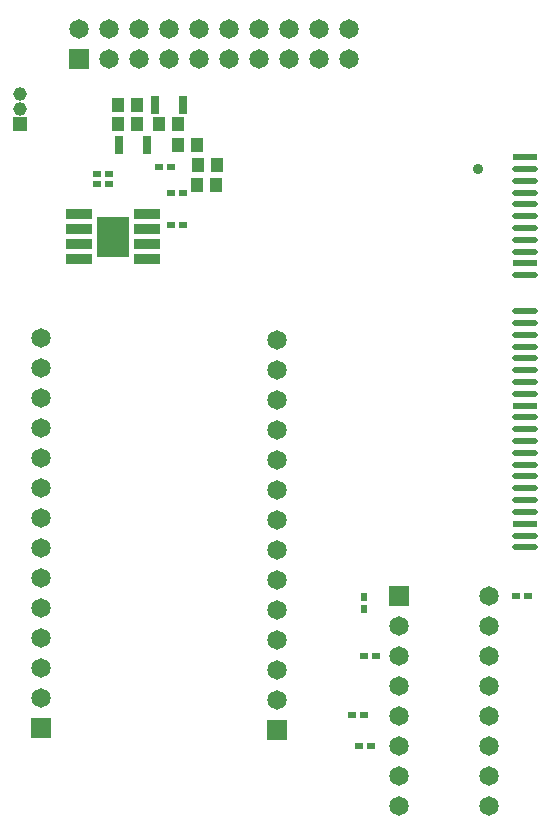
<source format=gts>
G04 Layer_Color=8388736*
%FSLAX24Y24*%
%MOIN*%
G70*
G01*
G75*
%ADD31R,0.0290X0.0240*%
%ADD32R,0.0413X0.0453*%
%ADD33R,0.0240X0.0290*%
%ADD34R,0.0315X0.0591*%
%ADD35O,0.0846X0.0197*%
%ADD36R,0.0846X0.0197*%
%ADD37R,0.0859X0.0319*%
%ADD38R,0.1059X0.1319*%
%ADD39C,0.0650*%
%ADD40R,0.0650X0.0650*%
%ADD41R,0.0650X0.0650*%
%ADD42C,0.0453*%
%ADD43R,0.0453X0.0453*%
%ADD44C,0.0359*%
D31*
X5530Y22740D02*
D03*
X5930D02*
D03*
X5530Y21690D02*
D03*
X5930D02*
D03*
X3454Y23366D02*
D03*
X3054D02*
D03*
X11951Y5334D02*
D03*
X11551D02*
D03*
X12345Y7302D02*
D03*
X11945D02*
D03*
X17030Y9310D02*
D03*
X17430D02*
D03*
X12180Y4300D02*
D03*
X11780D02*
D03*
X5130Y23600D02*
D03*
X5530D02*
D03*
X3060Y23040D02*
D03*
X3460D02*
D03*
D32*
X6395Y24340D02*
D03*
X5765D02*
D03*
X4405Y25680D02*
D03*
X3775D02*
D03*
X6415Y23690D02*
D03*
X7045D02*
D03*
X4405Y25040D02*
D03*
X3775D02*
D03*
X5135D02*
D03*
X5765D02*
D03*
X7035Y23000D02*
D03*
X6405D02*
D03*
D33*
X11951Y8871D02*
D03*
Y9271D02*
D03*
D34*
X5922Y25680D02*
D03*
X4978D02*
D03*
X3778Y24350D02*
D03*
X4722D02*
D03*
D35*
X17340Y10935D02*
D03*
Y11329D02*
D03*
Y12116D02*
D03*
Y12510D02*
D03*
Y12904D02*
D03*
Y13297D02*
D03*
Y13691D02*
D03*
Y14085D02*
D03*
Y14479D02*
D03*
Y14872D02*
D03*
Y15266D02*
D03*
Y16053D02*
D03*
Y16447D02*
D03*
Y16841D02*
D03*
Y17234D02*
D03*
Y17628D02*
D03*
Y18022D02*
D03*
Y18416D02*
D03*
Y18809D02*
D03*
Y23546D02*
D03*
Y23153D02*
D03*
Y22759D02*
D03*
Y22365D02*
D03*
Y21971D02*
D03*
Y21578D02*
D03*
Y21184D02*
D03*
Y20790D02*
D03*
Y20003D02*
D03*
D36*
Y11723D02*
D03*
Y15660D02*
D03*
Y23940D02*
D03*
Y20397D02*
D03*
D37*
X2475Y20530D02*
D03*
Y21030D02*
D03*
Y21530D02*
D03*
Y22030D02*
D03*
X4725Y20530D02*
D03*
Y21030D02*
D03*
Y21530D02*
D03*
Y22030D02*
D03*
D38*
X3600Y21280D02*
D03*
D39*
X1181Y17906D02*
D03*
Y16906D02*
D03*
Y15906D02*
D03*
Y14906D02*
D03*
Y13906D02*
D03*
Y12906D02*
D03*
Y11906D02*
D03*
Y10906D02*
D03*
Y9906D02*
D03*
Y8906D02*
D03*
Y7906D02*
D03*
Y6906D02*
D03*
Y5906D02*
D03*
X16132Y2302D02*
D03*
Y3302D02*
D03*
Y4302D02*
D03*
Y5302D02*
D03*
Y6302D02*
D03*
Y7302D02*
D03*
Y8302D02*
D03*
Y9302D02*
D03*
X13132Y2302D02*
D03*
Y3302D02*
D03*
Y4302D02*
D03*
Y5302D02*
D03*
Y6302D02*
D03*
Y7302D02*
D03*
Y8302D02*
D03*
X9055Y17843D02*
D03*
Y16843D02*
D03*
Y15843D02*
D03*
Y14843D02*
D03*
Y13843D02*
D03*
Y12843D02*
D03*
Y11843D02*
D03*
Y10843D02*
D03*
Y9843D02*
D03*
Y8843D02*
D03*
Y7843D02*
D03*
Y6843D02*
D03*
Y5843D02*
D03*
X2450Y28200D02*
D03*
X3450Y27200D02*
D03*
Y28200D02*
D03*
X4450Y27200D02*
D03*
Y28200D02*
D03*
X5450Y27200D02*
D03*
Y28200D02*
D03*
X6450Y27200D02*
D03*
Y28200D02*
D03*
X7450Y27200D02*
D03*
Y28200D02*
D03*
X8450Y27200D02*
D03*
Y28200D02*
D03*
X9450Y27200D02*
D03*
Y28200D02*
D03*
X10450Y27200D02*
D03*
Y28200D02*
D03*
X11450Y27200D02*
D03*
Y28200D02*
D03*
D40*
X1181Y4906D02*
D03*
X9055Y4843D02*
D03*
D41*
X13132Y9302D02*
D03*
X2450Y27200D02*
D03*
D42*
X490Y26040D02*
D03*
Y25540D02*
D03*
D43*
Y25040D02*
D03*
D44*
X15746Y23546D02*
D03*
M02*

</source>
